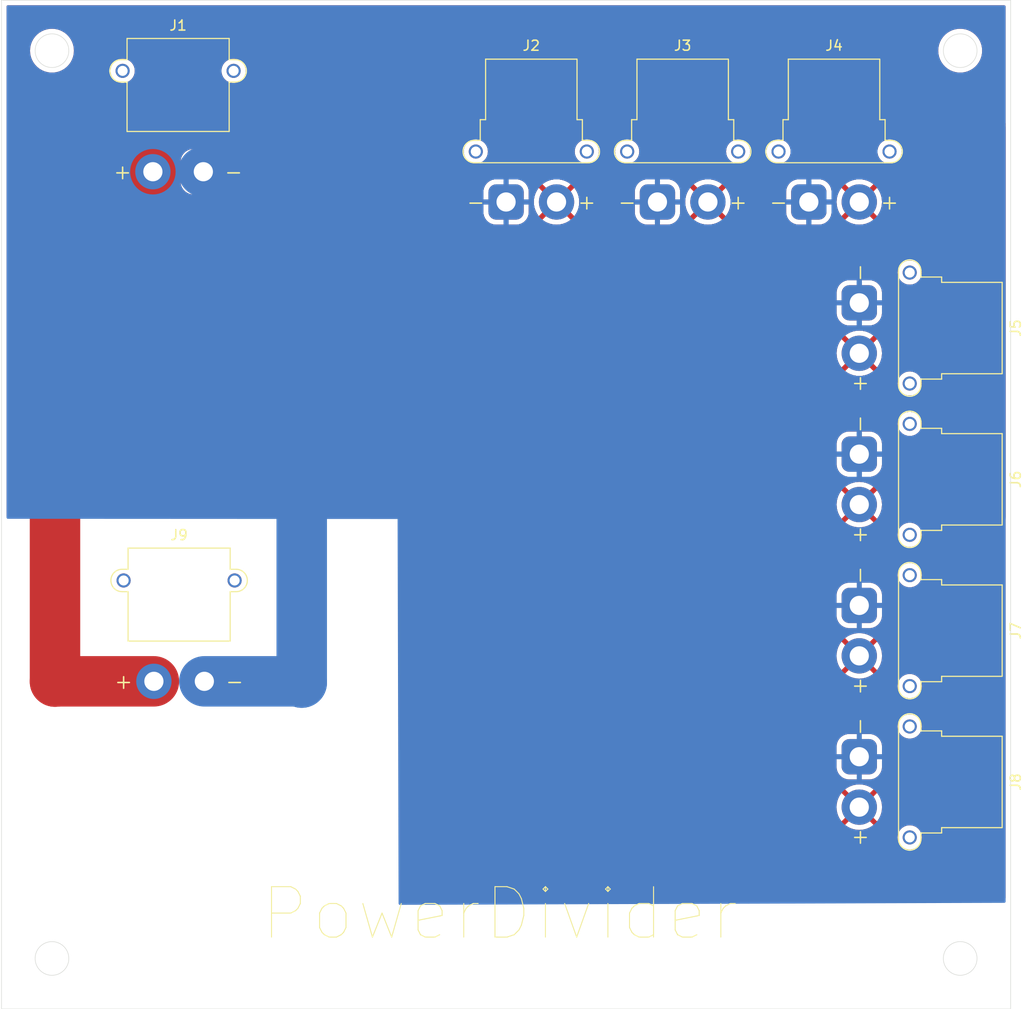
<source format=kicad_pcb>
(kicad_pcb (version 20240108) (generator "pcbnew") (generator_version "8.0")
  (layers (0 "F.Cu" signal) (31 "B.Cu" signal) (34 "B.Paste" user) (35 "F.Paste" user) (36 "B.SilkS" user "B.Silkscreen") (37 "F.SilkS" user "F.Silkscreen") (38 "B.Mask" user) (39 "F.Mask" user) (44 "Edge.Cuts" user))
  (net 0 "")
  (net 1 "HIGH")
  (net 2 "GND")
  (footprint "Connector_AMASS:AMASS_XT30PW-F_1x02_P2.50mm_Horizontal" (layer "F.Cu") (at 165 70)
    (property "Reference" "J3" (at 2.5 -15.5 0) (layer "F.SilkS"))
    (property "Value" "OUT_2")
    (fp_line (start -3.26 -6.11) (end -2.56 -6.11) (stroke (width 0.12)) (layer "F.SilkS"))
    (fp_line (start -3.26 -3.89) (end 8.26 -3.89) (stroke (width 0.12)) (layer "F.SilkS"))
    (fp_line (start -2.56 -8.16) (end -2.56 -6.11) (stroke (width 0.12)) (layer "F.SilkS"))
    (fp_line (start -2.56 -8.16) (end -2.03 -8.16) (stroke (width 0.12)) (layer "F.SilkS"))
    (fp_line (start -2.03 -14.16) (end -2.03 -8.16) (stroke (width 0.12)) (layer "F.SilkS"))
    (fp_line (start -2.03 -14.16) (end 7 -14.16) (stroke (width 0.12)) (layer "F.SilkS"))
    (fp_line (start 7.03 -14.16) (end 7.03 -8.16) (stroke (width 0.12)) (layer "F.SilkS"))
    (fp_line (start 7.03 -8.16) (end 7.56 -8.16) (stroke (width 0.12)) (layer "F.SilkS"))
    (fp_line (start 7.56 -8.16) (end 7.56 -6.11) (stroke (width 0.12)) (layer "F.SilkS"))
    (fp_line (start 7.56 -6.11) (end 8.26 -6.11) (stroke (width 0.12)) (layer "F.SilkS"))
    (fp_arc (start -3.321729 -3.903365) (mid -4.256653 -5.086124) (end -3.15 -6.11) (stroke (width 0.12)) (layer "F.SilkS"))
    (fp_arc (start 8.15 -6.11) (mid 9.26 -5) (end 8.15 -3.89) (stroke (width 0.12)) (layer "F.SilkS"))
    (fp_text user "-" (at -3 0 0) (layer "F.SilkS") (effects (font (size 1.5 1.5))))
    (fp_text user "+" (at 8 0 0) (layer "F.SilkS") (effects (font (size 1.5 1.5))))
    (pad "" thru_hole circle (at -3 -5 90) (size 1.4 1.4) (drill 1) (layers "*.Cu" "*.Mask"))
    (pad "" thru_hole circle (at 8 -5) (size 1.4 1.4) (drill 1) (layers "*.Cu" "*.Mask"))
    (pad "1" thru_hole roundrect (at 0 0) (size 3.5 3.5) (drill 1.9) (layers "*.Cu" "*.Mask") (roundrect_rratio 0.22) (net 2 "GND"))
    (pad "2" thru_hole circle (at 5 0) (size 3.5 3.5) (drill 1.9) (layers "*.Cu" "*.Mask") (net 1 "HIGH"))
  )
  (footprint "Connector_AMASS:AMASS_XT30PW-F_1x02_P2.50mm_Horizontal" (layer "F.Cu") (at 150 70)
    (property "Reference" "J2" (at 2.5 -15.5 0) (layer "F.SilkS"))
    (property "Value" "OUT_1")
    (fp_line (start -3.26 -6.11) (end -2.56 -6.11) (stroke (width 0.12)) (layer "F.SilkS"))
    (fp_line (start -3.26 -3.89) (end 8.26 -3.89) (stroke (width 0.12)) (layer "F.SilkS"))
    (fp_line (start -2.56 -8.16) (end -2.56 -6.11) (stroke (width 0.12)) (layer "F.SilkS"))
    (fp_line (start -2.56 -8.16) (end -2.03 -8.16) (stroke (width 0.12)) (layer "F.SilkS"))
    (fp_line (start -2.03 -14.16) (end -2.03 -8.16) (stroke (width 0.12)) (layer "F.SilkS"))
    (fp_line (start -2.03 -14.16) (end 7 -14.16) (stroke (width 0.12)) (layer "F.SilkS"))
    (fp_line (start 7.03 -14.16) (end 7.03 -8.16) (stroke (width 0.12)) (layer "F.SilkS"))
    (fp_line (start 7.03 -8.16) (end 7.56 -8.16) (stroke (width 0.12)) (layer "F.SilkS"))
    (fp_line (start 7.56 -8.16) (end 7.56 -6.11) (stroke (width 0.12)) (layer "F.SilkS"))
    (fp_line (start 7.56 -6.11) (end 8.26 -6.11) (stroke (width 0.12)) (layer "F.SilkS"))
    (fp_arc (start -3.321729 -3.903365) (mid -4.256653 -5.086124) (end -3.15 -6.11) (stroke (width 0.12)) (layer "F.SilkS"))
    (fp_arc (start 8.15 -6.11) (mid 9.26 -5) (end 8.15 -3.89) (stroke (width 0.12)) (layer "F.SilkS"))
    (fp_text user "+" (at 8 0 0) (layer "F.SilkS") (effects (font (size 1.5 1.5))))
    (fp_text user "-" (at -3 0 0) (layer "F.SilkS") (effects (font (size 1.5 1.5))))
    (pad "" thru_hole circle (at -3 -5 90) (size 1.4 1.4) (drill 1) (layers "*.Cu" "*.Mask"))
    (pad "" thru_hole circle (at 8 -5) (size 1.4 1.4) (drill 1) (layers "*.Cu" "*.Mask"))
    (pad "1" thru_hole roundrect (at 0 0) (size 3.5 3.5) (drill 1.9) (layers "*.Cu" "*.Mask") (roundrect_rratio 0.22) (net 2 "GND"))
    (pad "2" thru_hole circle (at 5 0) (size 3.5 3.5) (drill 1.9) (layers "*.Cu" "*.Mask") (net 1 "HIGH"))
  )
  (footprint "Connector_AMASS:AMASS_XT30PW-M_1x02_P2.50mm_Horizontal" (layer "F.Cu") (at 120.1 117.525)
    (property "Reference" "J9" (at -2.5 -14.5 0) (layer "F.SilkS"))
    (property "Value" "option")
    (fp_line (start -8.15 -11.11) (end -7.56 -11.11) (stroke (width 0.12)) (layer "F.SilkS"))
    (fp_line (start -8.15 -8.89) (end -7.56 -8.89) (stroke (width 0.12)) (layer "F.SilkS"))
    (fp_line (start -7.56 -13.21) (end -7.56 -11.11) (stroke (width 0.12)) (layer "F.SilkS"))
    (fp_line (start -7.56 -13.21) (end 2.56 -13.21) (stroke (width 0.12)) (layer "F.SilkS"))
    (fp_line (start -7.56 -8.89) (end -7.56 -3.99) (stroke (width 0.12)) (layer "F.SilkS"))
    (fp_line (start -7.56 -3.99) (end 2.56 -3.99) (stroke (width 0.12)) (layer "F.SilkS"))
    (fp_line (start 2.56 -13.21) (end 2.56 -11.11) (stroke (width 0.12)) (layer "F.SilkS"))
    (fp_line (start 2.56 -11.11) (end 3.15 -11.11) (stroke (width 0.12)) (layer "F.SilkS"))
    (fp_line (start 2.56 -8.89) (end 2.56 -3.99) (stroke (width 0.12)) (layer "F.SilkS"))
    (fp_line (start 2.56 -8.89) (end 3.15 -8.89) (stroke (width 0.12)) (layer "F.SilkS"))
    (fp_arc (start -8.15 -8.89) (mid -9.26 -10) (end -8.15 -11.11) (stroke (width 0.12)) (layer "F.SilkS"))
    (fp_arc (start 3.15 -11.11) (mid 4.26 -10) (end 3.15 -8.89) (stroke (width 0.12)) (layer "F.SilkS"))
    (fp_text user "-" (at 3 0 0) (layer "F.SilkS") (effects (font (size 1.5 1.5))))
    (fp_text user "+" (at -8 0 0) (layer "F.SilkS") (effects (font (size 1.5 1.5))))
    (pad "" thru_hole circle (at -8 -10) (size 1.4 1.4) (drill 1) (layers "*.Cu" "*.Mask"))
    (pad "" thru_hole circle (at 3 -10) (size 1.4 1.4) (drill 1) (layers "*.Cu" "*.Mask"))
    (pad "1" thru_hole roundrect (at 0 0) (size 3.5 3.5) (drill 1.9) (layers "*.Cu" "*.Mask") (roundrect_rratio 0.22) (net 2 "GND"))
    (pad "2" thru_hole circle (at -5 0) (size 3.5 3.5) (drill 1.9) (layers "*.Cu" "*.Mask") (net 1 "HIGH"))
  )
  (footprint "Connector_AMASS:AMASS_XT30PW-F_1x02_P2.50mm_Horizontal" (layer "F.Cu") (at 185 110 -90)
    (property "Reference" "J7" (at 2.5 -15.5 90) (layer "F.SilkS"))
    (property "Value" "OUT_6")
    (fp_line (start -3.26 -3.89) (end 8.26 -3.89) (stroke (width 0.12)) (layer "F.SilkS"))
    (fp_line (start -3.26 -6.11) (end -2.56 -6.11) (stroke (width 0.12)) (layer "F.SilkS"))
    (fp_line (start 7.56 -6.11) (end 8.26 -6.11) (stroke (width 0.12)) (layer "F.SilkS"))
    (fp_line (start -2.56 -8.16) (end -2.56 -6.11) (stroke (width 0.12)) (layer "F.SilkS"))
    (fp_line (start -2.56 -8.16) (end -2.03 -8.16) (stroke (width 0.12)) (layer "F.SilkS"))
    (fp_line (start 7.03 -8.16) (end 7.56 -8.16) (stroke (width 0.12)) (layer "F.SilkS"))
    (fp_line (start 7.56 -8.16) (end 7.56 -6.11) (stroke (width 0.12)) (layer "F.SilkS"))
    (fp_line (start -2.03 -14.16) (end -2.03 -8.16) (stroke (width 0.12)) (layer "F.SilkS"))
    (fp_line (start -2.03 -14.16) (end 7 -14.16) (stroke (width 0.12)) (layer "F.SilkS"))
    (fp_line (start 7.03 -14.16) (end 7.03 -8.16) (stroke (width 0.12)) (layer "F.SilkS"))
    (fp_arc (start -3.321729 -3.903365) (mid -4.256653 -5.086124) (end -3.15 -6.11) (stroke (width 0.12)) (layer "F.SilkS"))
    (fp_arc (start 8.15 -6.11) (mid 9.26 -5) (end 8.15 -3.89) (stroke (width 0.12)) (layer "F.SilkS"))
    (fp_text user "+" (at 8 0 90) (layer "F.SilkS") (effects (font (size 1.5 1.5))))
    (fp_text user "-" (at -3 0 90) (layer "F.SilkS") (effects (font (size 1.5 1.5))))
    (pad "" thru_hole circle (at -3 -5) (size 1.4 1.4) (drill 1) (layers "*.Cu" "*.Mask"))
    (pad "" thru_hole circle (at 8 -5 270) (size 1.4 1.4) (drill 1) (layers "*.Cu" "*.Mask"))
    (pad "1" thru_hole roundrect (at 0 0 270) (size 3.5 3.5) (drill 1.9) (layers "*.Cu" "*.Mask") (roundrect_rratio 0.22) (net 2 "GND"))
    (pad "2" thru_hole circle (at 5 0 270) (size 3.5 3.5) (drill 1.9) (layers "*.Cu" "*.Mask") (net 1 "HIGH"))
  )
  (footprint "Connector_AMASS:AMASS_XT30PW-M_1x02_P2.50mm_Horizontal" (layer "F.Cu") (at 120 67)
    (property "Reference" "J1" (at -2.5 -14.5 0) (layer "F.SilkS"))
    (property "Value" "in")
    (fp_line (start -8.15 -11.11) (end -7.56 -11.11) (stroke (width 0.12)) (layer "F.SilkS"))
    (fp_line (start -8.15 -8.89) (end -7.56 -8.89) (stroke (width 0.12)) (layer "F.SilkS"))
    (fp_line (start -7.56 -13.21) (end -7.56 -11.11) (stroke (width 0.12)) (layer "F.SilkS"))
    (fp_line (start -7.56 -13.21) (end 2.56 -13.21) (stroke (width 0.12)) (layer "F.SilkS"))
    (fp_line (start -7.56 -8.89) (end -7.56 -3.99) (stroke (width 0.12)) (layer "F.SilkS"))
    (fp_line (start -7.56 -3.99) (end 2.56 -3.99) (stroke (width 0.12)) (layer "F.SilkS"))
    (fp_line (start 2.56 -13.21) (end 2.56 -11.11) (stroke (width 0.12)) (layer "F.SilkS"))
    (fp_line (start 2.56 -11.11) (end 3.15 -11.11) (stroke (width 0.12)) (layer "F.SilkS"))
    (fp_line (start 2.56 -8.89) (end 2.56 -3.99) (stroke (width 0.12)) (layer "F.SilkS"))
    (fp_line (start 2.56 -8.89) (end 3.15 -8.89) (stroke (width 0.12)) (layer "F.SilkS"))
    (fp_arc (start -8.15 -8.89) (mid -9.26 -10) (end -8.15 -11.11) (stroke (width 0.12)) (layer "F.SilkS"))
    (fp_arc (start 3.15 -11.11) (mid 4.26 -10) (end 3.15 -8.89) (stroke (width 0.12)) (layer "F.SilkS"))
    (fp_text user "-" (at 3 0 0) (layer "F.SilkS") (effects (font (size 1.5 1.5))))
    (fp_text user "+" (at -8 0 0) (layer "F.SilkS") (effects (font (size 1.5 1.5))))
    (pad "" thru_hole circle (at -8 -10) (size 1.4 1.4) (drill 1) (layers "*.Cu" "*.Mask"))
    (pad "" thru_hole circle (at 3 -10) (size 1.4 1.4) (drill 1) (layers "*.Cu" "*.Mask"))
    (pad "1" thru_hole roundrect (at 0 0) (size 3.5 3.5) (drill 1.9) (layers "*.Cu" "*.Mask") (roundrect_rratio 0.22) (net 2 "GND"))
    (pad "2" thru_hole circle (at -5 0) (size 3.5 3.5) (drill 1.9) (layers "*.Cu" "*.Mask") (net 1 "HIGH"))
  )
  (footprint "Connector_AMASS:AMASS_XT30PW-F_1x02_P2.50mm_Horizontal" (layer "F.Cu") (at 185 125 -90)
    (property "Reference" "J8" (at 2.5 -15.5 90) (layer "F.SilkS"))
    (property "Value" "OUT_7")
    (fp_line (start -3.26 -3.89) (end 8.26 -3.89) (stroke (width 0.12)) (layer "F.SilkS"))
    (fp_line (start -3.26 -6.11) (end -2.56 -6.11) (stroke (width 0.12)) (layer "F.SilkS"))
    (fp_line (start 7.56 -6.11) (end 8.26 -6.11) (stroke (width 0.12)) (layer "F.SilkS"))
    (fp_line (start -2.56 -8.16) (end -2.56 -6.11) (stroke (width 0.12)) (layer "F.SilkS"))
    (fp_line (start -2.56 -8.16) (end -2.03 -8.16) (stroke (width 0.12)) (layer "F.SilkS"))
    (fp_line (start 7.03 -8.16) (end 7.56 -8.16) (stroke (width 0.12)) (layer "F.SilkS"))
    (fp_line (start 7.56 -8.16) (end 7.56 -6.11) (stroke (width 0.12)) (layer "F.SilkS"))
    (fp_line (start -2.03 -14.16) (end -2.03 -8.16) (stroke (width 0.12)) (layer "F.SilkS"))
    (fp_line (start -2.03 -14.16) (end 7 -14.16) (stroke (width 0.12)) (layer "F.SilkS"))
    (fp_line (start 7.03 -14.16) (end 7.03 -8.16) (stroke (width 0.12)) (layer "F.SilkS"))
    (fp_arc (start -3.321729 -3.903365) (mid -4.256653 -5.086124) (end -3.15 -6.11) (stroke (width 0.12)) (layer "F.SilkS"))
    (fp_arc (start 8.15 -6.11) (mid 9.26 -5) (end 8.15 -3.89) (stroke (width 0.12)) (layer "F.SilkS"))
    (fp_text user "-" (at -3 0 90) (layer "F.SilkS") (effects (font (size 1.5 1.5))))
    (fp_text user "+" (at 8 0 90) (layer "F.SilkS") (effects (font (size 1.5 1.5))))
    (pad "" thru_hole circle (at -3 -5) (size 1.4 1.4) (drill 1) (layers "*.Cu" "*.Mask"))
    (pad "" thru_hole circle (at 8 -5 270) (size 1.4 1.4) (drill 1) (layers "*.Cu" "*.Mask"))
    (pad "1" thru_hole roundrect (at 0 0 270) (size 3.5 3.5) (drill 1.9) (layers "*.Cu" "*.Mask") (roundrect_rratio 0.22) (net 2 "GND"))
    (pad "2" thru_hole circle (at 5 0 270) (size 3.5 3.5) (drill 1.9) (layers "*.Cu" "*.Mask") (net 1 "HIGH"))
  )
  (footprint "Connector_AMASS:AMASS_XT30PW-F_1x02_P2.50mm_Horizontal" (layer "F.Cu") (at 180 70)
    (property "Reference" "J4" (at 2.5 -15.5 0) (layer "F.SilkS"))
    (property "Value" "OUT_3" (hide yes))
    (fp_line (start -3.26 -6.11) (end -2.56 -6.11) (stroke (width 0.12)) (layer "F.SilkS"))
    (fp_line (start -3.26 -3.89) (end 8.26 -3.89) (stroke (width 0.12)) (layer "F.SilkS"))
    (fp_line (start -2.56 -8.16) (end -2.56 -6.11) (stroke (width 0.12)) (layer "F.SilkS"))
    (fp_line (start -2.56 -8.16) (end -2.03 -8.16) (stroke (width 0.12)) (layer "F.SilkS"))
    (fp_line (start -2.03 -14.16) (end -2.03 -8.16) (stroke (width 0.12)) (layer "F.SilkS"))
    (fp_line (start -2.03 -14.16) (end 7 -14.16) (stroke (width 0.12)) (layer "F.SilkS"))
    (fp_line (start 7.03 -14.16) (end 7.03 -8.16) (stroke (width 0.12)) (layer "F.SilkS"))
    (fp_line (start 7.03 -8.16) (end 7.56 -8.16) (stroke (width 0.12)) (layer "F.SilkS"))
    (fp_line (start 7.56 -8.16) (end 7.56 -6.11) (stroke (width 0.12)) (layer "F.SilkS"))
    (fp_line (start 7.56 -6.11) (end 8.26 -6.11) (stroke (width 0.12)) (layer "F.SilkS"))
    (fp_arc (start -3.321729 -3.903365) (mid -4.256653 -5.086124) (end -3.15 -6.11) (stroke (width 0.12)) (layer "F.SilkS"))
    (fp_arc (start 8.15 -6.11) (mid 9.26 -5) (end 8.15 -3.89) (stroke (width 0.12)) (layer "F.SilkS"))
    (fp_text user "-" (at -3 0 0) (layer "F.SilkS") (effects (font (size 1.5 1.5))))
    (fp_text user "+" (at 8 0 0) (layer "F.SilkS") (effects (font (size 1.5 1.5))))
    (pad "" thru_hole circle (at -3 -5 90) (size 1.4 1.4) (drill 1) (layers "*.Cu" "*.Mask"))
    (pad "" thru_hole circle (at 8 -5) (size 1.4 1.4) (drill 1) (layers "*.Cu" "*.Mask"))
    (pad "1" thru_hole roundrect (at 0 0) (size 3.5 3.5) (drill 1.9) (layers "*.Cu" "*.Mask") (roundrect_rratio 0.22) (net 2 "GND"))
    (pad "2" thru_hole circle (at 5 0) (size 3.5 3.5) (drill 1.9) (layers "*.Cu" "*.Mask") (net 1 "HIGH"))
  )
  (footprint "Connector_AMASS:AMASS_XT30PW-F_1x02_P2.50mm_Horizontal" (layer "F.Cu") (at 185 80 -90)
    (property "Reference" "J5" (at 2.5 -15.5 90) (layer "F.SilkS"))
    (property "Value" "OUT_4")
    (fp_line (start -3.26 -3.89) (end 8.26 -3.89) (stroke (width 0.12)) (layer "F.SilkS"))
    (fp_line (start -3.26 -6.11) (end -2.56 -6.11) (stroke (width 0.12)) (layer "F.SilkS"))
    (fp_line (start 7.56 -6.11) (end 8.26 -6.11) (stroke (width 0.12)) (layer "F.SilkS"))
    (fp_line (start -2.56 -8.16) (end -2.56 -6.11) (stroke (width 0.12)) (layer "F.SilkS"))
    (fp_line (start -2.56 -8.16) (end -2.03 -8.16) (stroke (width 0.12)) (layer "F.SilkS"))
    (fp_line (start 7.03 -8.16) (end 7.56 -8.16) (stroke (width 0.12)) (layer "F.SilkS"))
    (fp_line (start 7.56 -8.16) (end 7.56 -6.11) (stroke (width 0.12)) (layer "F.SilkS"))
    (fp_line (start -2.03 -14.16) (end -2.03 -8.16) (stroke (width 0.12)) (layer "F.SilkS"))
    (fp_line (start -2.03 -14.16) (end 7 -14.16) (stroke (width 0.12)) (layer "F.SilkS"))
    (fp_line (start 7.03 -14.16) (end 7.03 -8.16) (stroke (width 0.12)) (layer "F.SilkS"))
    (fp_arc (start -3.321729 -3.903365) (mid -4.256653 -5.086124) (end -3.15 -6.11) (stroke (width 0.12)) (layer "F.SilkS"))
    (fp_arc (start 8.15 -6.11) (mid 9.26 -5) (end 8.15 -3.89) (stroke (width 0.12)) (layer "F.SilkS"))
    (fp_text user "+" (at 8 0 90) (layer "F.SilkS") (effects (font (size 1.5 1.5))))
    (fp_text user "-" (at -3 0 90) (layer "F.SilkS") (effects (font (size 1.5 1.5))))
    (pad "" thru_hole circle (at -3 -5) (size 1.4 1.4) (drill 1) (layers "*.Cu" "*.Mask"))
    (pad "" thru_hole circle (at 8 -5 270) (size 1.4 1.4) (drill 1) (layers "*.Cu" "*.Mask"))
    (pad "1" thru_hole roundrect (at 0 0 270) (size 3.5 3.5) (drill 1.9) (layers "*.Cu" "*.Mask") (roundrect_rratio 0.22) (net 2 "GND"))
    (pad "2" thru_hole circle (at 5 0 270) (size 3.5 3.5) (drill 1.9) (layers "*.Cu" "*.Mask") (net 1 "HIGH"))
  )
  (footprint "Connector_AMASS:AMASS_XT30PW-F_1x02_P2.50mm_Horizontal" (layer "F.Cu") (at 185 95 -90)
    (property "Reference" "J6" (at 2.5 -15.5 90) (layer "F.SilkS"))
    (property "Value" "OUT_5")
    (fp_line (start -3.26 -3.89) (end 8.26 -3.89) (stroke (width 0.12)) (layer "F.SilkS"))
    (fp_line (start -3.26 -6.11) (end -2.56 -6.11) (stroke (width 0.12)) (layer "F.SilkS"))
    (fp_line (start 7.56 -6.11) (end 8.26 -6.11) (stroke (width 0.12)) (layer "F.SilkS"))
    (fp_line (start -2.56 -8.16) (end -2.56 -6.11) (stroke (width 0.12)) (layer "F.SilkS"))
    (fp_line (start -2.56 -8.16) (end -2.03 -8.16) (stroke (width 0.12)) (layer "F.SilkS"))
    (fp_line (start 7.03 -8.16) (end 7.56 -8.16) (stroke (width 0.12)) (layer "F.SilkS"))
    (fp_line (start 7.56 -8.16) (end 7.56 -6.11) (stroke (width 0.12)) (layer "F.SilkS"))
    (fp_line (start -2.03 -14.16) (end -2.03 -8.16) (stroke (width 0.12)) (layer "F.SilkS"))
    (fp_line (start -2.03 -14.16) (end 7 -14.16) (stroke (width 0.12)) (layer "F.SilkS"))
    (fp_line (start 7.03 -14.16) (end 7.03 -8.16) (stroke (width 0.12)) (layer "F.SilkS"))
    (fp_arc (start -3.321729 -3.903365) (mid -4.256653 -5.086124) (end -3.15 -6.11) (stroke (width 0.12)) (layer "F.SilkS"))
    (fp_arc (start 8.15 -6.11) (mid 9.26 -5) (end 8.15 -3.89) (stroke (width 0.12)) (layer "F.SilkS"))
    (fp_text user "-" (at -3 0 90) (layer "F.SilkS") (effects (font (size 1.5 1.5))))
    (fp_text user "+" (at 8 0 90) (layer "F.SilkS") (effects (font (size 1.5 1.5))))
    (pad "" thru_hole circle (at -3 -5) (size 1.4 1.4) (drill 1) (layers "*.Cu" "*.Mask"))
    (pad "" thru_hole circle (at 8 -5 270) (size 1.4 1.4) (drill 1) (layers "*.Cu" "*.Mask"))
    (pad "1" thru_hole roundrect (at 0 0 270) (size 3.5 3.5) (drill 1.9) (layers "*.Cu" "*.Mask") (roundrect_rratio 0.22) (net 2 "GND"))
    (pad "2" thru_hole circle (at 5 0 270) (size 3.5 3.5) (drill 1.9) (layers "*.Cu" "*.Mask") (net 1 "HIGH"))
  )
  (gr_circle (center 105 55) (end 106.67 55) (stroke (width 0.05)) (fill none) (layer "Edge.Cuts"))
  (gr_circle (center 105 145) (end 106.67 145) (stroke (width 0.05)) (fill none) (layer "Edge.Cuts"))
  (gr_rect (start 100 50) (end 200 150) (stroke (width 0.05)) (fill none) (layer "Edge.Cuts"))
  (gr_circle (center 195 55) (end 196.67 55) (stroke (width 0.05)) (fill none) (layer "Edge.Cuts"))
  (gr_circle (center 195 145) (end 196.67 145) (stroke (width 0.05)) (fill none) (layer "Edge.Cuts"))
  (gr_text "PowerDivider" (at 125.5 143.5 0) (layer "F.SilkS") (effects (font (size 5 5) (thickness 0.1)) (justify left bottom)))
  (segment (start 105.5 67) (end 115 67) (width 5) (layer "F.Cu") (net 1))
  (segment (start 105.325 117.525) (end 105.3 117.55) (width 5) (layer "F.Cu") (net 1))
  (segment (start 105.3 67.2) (end 105.5 67) (width 5) (layer "F.Cu") (net 1))
  (segment (start 105.3 117.55) (end 105.3 67.2) (width 5) (layer "F.Cu") (net 1))
  (segment (start 115.1 117.525) (end 105.325 117.525) (width 5) (layer "F.Cu") (net 1))
  (segment (start 129.75 67.4) (end 129.25 66.9) (width 5) (layer "B.Cu") (net 2))
  (segment (start 120.1 117.525) (end 129.625 117.525) (width 5) (layer "B.Cu") (net 2))
  (segment (start 129.625 117.525) (end 129.75 117.65) (width 5) (layer "B.Cu") (net 2))
  (segment (start 129.15 67) (end 120 67) (width 5) (layer "B.Cu") (net 2))
  (segment (start 129.25 66.9) (end 129.15 67) (width 5) (layer "B.Cu") (net 2))
  (segment (start 129.75 117.65) (end 129.75 67.4) (width 5) (layer "B.Cu") (net 2))
  (zone (net 1) (net_name "HIGH") (layer "F.Cu") (connect_pads (clearance 0.5)) (min_thickness 0.25) (fill yes (thermal_gap 0.5) (thermal_bridge_width 0.5))
    (polygon (pts (xy 139.250034 62.381378) (xy 139.450034 139.331378) (xy 199.950034 139.131378) (xy 199.950034 62.181378) (xy 99.950034 62.131378)))
  )
  (zone (net 1) (net_name "HIGH") (layer "F.Cu") (connect_pads (clearance 0.5)) (min_thickness 0.25) (fill yes (thermal_gap 0.5) (thermal_bridge_width 0.5))
    (polygon (pts (xy 100 50) (xy 100.1 101.25) (xy 199.85 101.3) (xy 199.95 50.05) (xy 99.95 50)))
  )
  (zone (net 2) (net_name "GND") (layer "B.Cu") (connect_pads (clearance 0.5)) (min_thickness 0.25) (fill yes (thermal_gap 0.5) (thermal_bridge_width 0.5))
    (polygon (pts (xy 100.10012 50.1584) (xy 100.20012 101.4084) (xy 199.95012 101.4584) (xy 200.05012 50.2084) (xy 100.05012 50.1584)))
  )
  (zone (net 2) (net_name "GND") (layer "B.Cu") (connect_pads (clearance 0.5)) (min_thickness 0.25) (fill yes (thermal_gap 0.5) (thermal_bridge_width 0.5))
    (polygon (pts (xy 139.15 62.733331) (xy 139.35 139.683331) (xy 199.85 139.483331) (xy 199.85 62.533331) (xy 99.85 62.483331)))
  )
)
</source>
